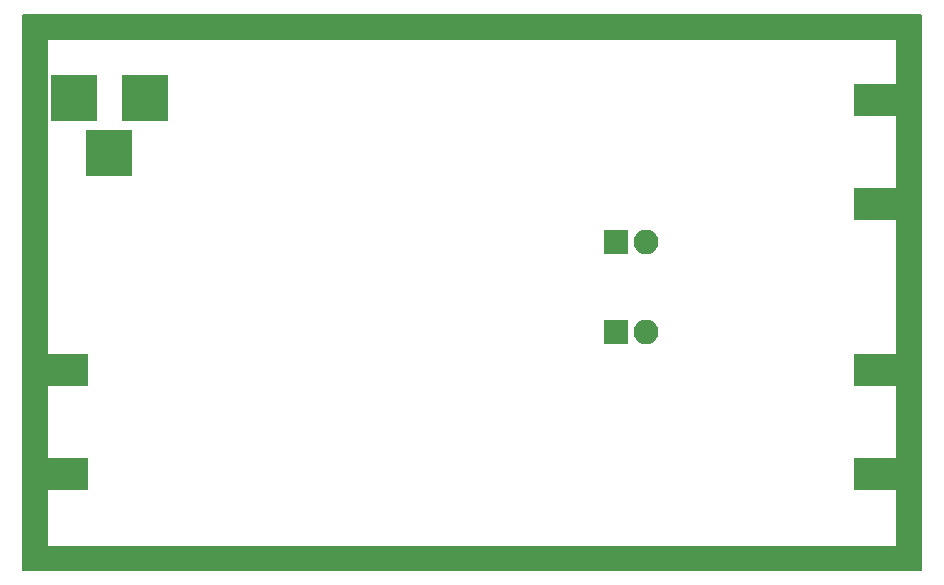
<source format=gbs>
G04 #@! TF.GenerationSoftware,KiCad,Pcbnew,(6.0.0-rc1-dev-163-g630631b41)*
G04 #@! TF.CreationDate,2018-08-07T22:42:02+02:00*
G04 #@! TF.ProjectId,diplexer,6469706C657865722E6B696361645F70,rev?*
G04 #@! TF.SameCoordinates,PX7270e00PY29020c0*
G04 #@! TF.FileFunction,Soldermask,Bot*
G04 #@! TF.FilePolarity,Negative*
%FSLAX46Y46*%
G04 Gerber Fmt 4.6, Leading zero omitted, Abs format (unit mm)*
G04 Created by KiCad (PCBNEW (6.0.0-rc1-dev-163-g630631b41)) date Tue Aug  7 22:42:02 2018*
%MOMM*%
%LPD*%
G01*
G04 APERTURE LIST*
%ADD10C,0.150000*%
%ADD11R,3.900000X3.900000*%
%ADD12R,5.480000X2.820000*%
%ADD13O,2.100000X2.100000*%
%ADD14R,2.100000X2.100000*%
G04 APERTURE END LIST*
D10*
G36*
X0Y0D02*
X2000000Y0D01*
X2000000Y-47000000D01*
X0Y-47000000D01*
X0Y0D01*
G37*
X0Y0D02*
X2000000Y0D01*
X2000000Y-47000000D01*
X0Y-47000000D01*
X0Y0D01*
G36*
X0Y-47000000D02*
X76000000Y-47000000D01*
X76000000Y-45000000D01*
X0Y-45000000D01*
X0Y-47000000D01*
G37*
X0Y-47000000D02*
X76000000Y-47000000D01*
X76000000Y-45000000D01*
X0Y-45000000D01*
X0Y-47000000D01*
G36*
X76000000Y-47000000D02*
X74000000Y-47000000D01*
X74000000Y0D01*
X76000000Y0D01*
X76000000Y-47000000D01*
G37*
X76000000Y-47000000D02*
X74000000Y-47000000D01*
X74000000Y0D01*
X76000000Y0D01*
X76000000Y-47000000D01*
G36*
X0Y-2000000D02*
X76000000Y-2000000D01*
X76000000Y0D01*
X0Y0D01*
X0Y-2000000D01*
G37*
X0Y-2000000D02*
X76000000Y-2000000D01*
X76000000Y0D01*
X0Y0D01*
X0Y-2000000D01*
D11*
G04 #@! TO.C,J1*
X10270000Y-7000000D03*
X4270000Y-7000000D03*
X7270000Y-11700000D03*
G04 #@! TD*
D12*
G04 #@! TO.C,J2*
X2740000Y-30090000D03*
X2740000Y-38850000D03*
G04 #@! TD*
G04 #@! TO.C,J3*
X73040000Y-7230000D03*
X73040000Y-15990000D03*
G04 #@! TD*
G04 #@! TO.C,J4*
X73040000Y-38850000D03*
X73040000Y-30090000D03*
G04 #@! TD*
D13*
G04 #@! TO.C,JP2*
X52720000Y-26850000D03*
D14*
X50180000Y-26850000D03*
G04 #@! TD*
G04 #@! TO.C,JP1*
X50180000Y-19230000D03*
D13*
X52720000Y-19230000D03*
G04 #@! TD*
M02*

</source>
